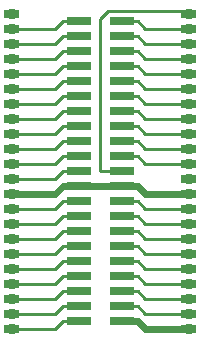
<source format=gbr>
%TF.GenerationSoftware,KiCad,Pcbnew,(6.0.7)*%
%TF.CreationDate,2022-08-07T18:47:51-07:00*%
%TF.ProjectId,M27C322-to-KM23C32000AG-adapter,4d323743-3332-4322-9d74-6f2d4b4d3233,rev?*%
%TF.SameCoordinates,Original*%
%TF.FileFunction,Copper,L1,Top*%
%TF.FilePolarity,Positive*%
%FSLAX46Y46*%
G04 Gerber Fmt 4.6, Leading zero omitted, Abs format (unit mm)*
G04 Created by KiCad (PCBNEW (6.0.7)) date 2022-08-07 18:47:51*
%MOMM*%
%LPD*%
G01*
G04 APERTURE LIST*
G04 Aperture macros list*
%AMFreePoly0*
4,1,21,0.066987,0.448222,0.190096,0.411405,0.297922,0.341515,0.318615,0.317500,0.635000,0.317500,0.635000,-0.317500,0.317723,-0.317500,0.289490,-0.348692,0.179987,-0.415926,0.056016,-0.449725,-0.072458,-0.447370,-0.195108,-0.409052,-0.302073,-0.337850,-0.319179,-0.317500,-0.635000,-0.317500,-0.635000,0.317500,-0.318129,0.317500,-0.293728,0.345129,-0.185055,0.413696,-0.061506,0.449007,
0.066987,0.448222,0.066987,0.448222,$1*%
G04 Aperture macros list end*
%TA.AperFunction,CastellatedPad*%
%ADD10FreePoly0,180.000000*%
%TD*%
%TA.AperFunction,SMDPad,CuDef*%
%ADD11R,2.100000X0.750000*%
%TD*%
%TA.AperFunction,Conductor*%
%ADD12C,0.250000*%
%TD*%
%TA.AperFunction,Conductor*%
%ADD13C,0.600000*%
%TD*%
G04 APERTURE END LIST*
D10*
%TO.P,U1,1,NC*%
%TO.N,unconnected-(U1-Pad1)*%
X141359000Y-68335000D03*
%TO.P,U1,2,A18*%
%TO.N,/A18*%
X141359000Y-69605000D03*
%TO.P,U1,3,A17*%
%TO.N,/A17*%
X141359000Y-70875000D03*
%TO.P,U1,4,A7*%
%TO.N,/A7*%
X141359000Y-72145000D03*
%TO.P,U1,5,A6*%
%TO.N,/A6*%
X141359000Y-73415000D03*
%TO.P,U1,6,A5*%
%TO.N,/A5*%
X141359000Y-74685000D03*
%TO.P,U1,7,A4*%
%TO.N,/A4*%
X141359000Y-75955000D03*
%TO.P,U1,8,A3*%
%TO.N,/A3*%
X141359000Y-77225000D03*
%TO.P,U1,9,A2*%
%TO.N,/A2*%
X141359000Y-78495000D03*
%TO.P,U1,10,A1*%
%TO.N,/A1*%
X141359000Y-79765000D03*
%TO.P,U1,11,A0*%
%TO.N,/A0*%
X141359000Y-81035000D03*
%TO.P,U1,12,~{E}*%
%TO.N,/~{CE}*%
X141359000Y-82305000D03*
%TO.P,U1,13,GND*%
%TO.N,/VSS*%
X141359000Y-83575000D03*
%TO.P,U1,14,~{GVPP}*%
%TO.N,/~{OE}*%
X141359000Y-84845000D03*
%TO.P,U1,15,D0*%
%TO.N,/D0*%
X141359000Y-86115000D03*
%TO.P,U1,16,D8*%
%TO.N,/D8*%
X141359000Y-87385000D03*
%TO.P,U1,17,D1*%
%TO.N,/D1*%
X141359000Y-88655000D03*
%TO.P,U1,18,D9*%
%TO.N,/D9*%
X141359000Y-89925000D03*
%TO.P,U1,19,D2*%
%TO.N,/D2*%
X141359000Y-91195000D03*
%TO.P,U1,20,D10*%
%TO.N,/D10*%
X141359000Y-92465000D03*
%TO.P,U1,21,D3*%
%TO.N,/D3*%
X141359000Y-93735000D03*
%TO.P,U1,22,D11*%
%TO.N,/D11*%
X141359000Y-95005000D03*
%TO.P,U1,23,VCC*%
%TO.N,/VCC*%
X156281500Y-95005000D03*
%TO.P,U1,24,D4*%
%TO.N,/D4*%
X156281500Y-93735000D03*
%TO.P,U1,25,D12*%
%TO.N,/D12*%
X156281500Y-92465000D03*
%TO.P,U1,26,D5*%
%TO.N,/D5*%
X156281500Y-91195000D03*
%TO.P,U1,27,D13*%
%TO.N,/D13*%
X156281500Y-89925000D03*
%TO.P,U1,28,D6*%
%TO.N,/D6*%
X156281500Y-88655000D03*
%TO.P,U1,29,D14*%
%TO.N,/D14*%
X156281500Y-87385000D03*
%TO.P,U1,30,D7*%
%TO.N,/D7*%
X156281500Y-86115000D03*
%TO.P,U1,31,D15*%
%TO.N,/D15*%
X156281500Y-84845000D03*
%TO.P,U1,32,GND*%
%TO.N,/VSS*%
X156281500Y-83575000D03*
%TO.P,U1,33,BHE*%
%TO.N,unconnected-(U1-Pad33)*%
X156281500Y-82305000D03*
%TO.P,U1,34,A16*%
%TO.N,/A16*%
X156281500Y-81035000D03*
%TO.P,U1,35,A15*%
%TO.N,/A15*%
X156281500Y-79765000D03*
%TO.P,U1,36,A14*%
%TO.N,/A14*%
X156281500Y-78495000D03*
%TO.P,U1,37,A13*%
%TO.N,/A13*%
X156281500Y-77225000D03*
%TO.P,U1,38,A12*%
%TO.N,/A12*%
X156281500Y-75955000D03*
%TO.P,U1,39,A11*%
%TO.N,/A11*%
X156281500Y-74685000D03*
%TO.P,U1,40,A10*%
%TO.N,/A10*%
X156281500Y-73415000D03*
%TO.P,U1,41,A9*%
%TO.N,/A9*%
X156281500Y-72145000D03*
%TO.P,U1,42,A8*%
%TO.N,/A8*%
X156281500Y-70875000D03*
%TO.P,U1,43,A19*%
%TO.N,/A19*%
X156281500Y-69605000D03*
%TO.P,U1,44,A20*%
%TO.N,/A20*%
X156281500Y-68335000D03*
%TD*%
D11*
%TO.P,J1,1,Pin_1*%
%TO.N,/A18*%
X147020000Y-68970000D03*
%TO.P,J1,2,Pin_2*%
%TO.N,/A17*%
X147020000Y-70240000D03*
%TO.P,J1,3,Pin_3*%
%TO.N,/A7*%
X147020000Y-71510000D03*
%TO.P,J1,4,Pin_4*%
%TO.N,/A6*%
X147020000Y-72780000D03*
%TO.P,J1,5,Pin_5*%
%TO.N,/A5*%
X147020000Y-74050000D03*
%TO.P,J1,6,Pin_6*%
%TO.N,/A4*%
X147020000Y-75320000D03*
%TO.P,J1,7,Pin_7*%
%TO.N,/A3*%
X147020000Y-76590000D03*
%TO.P,J1,8,Pin_8*%
%TO.N,/A2*%
X147020000Y-77860000D03*
%TO.P,J1,9,Pin_9*%
%TO.N,/A1*%
X147020000Y-79130000D03*
%TO.P,J1,10,Pin_10*%
%TO.N,/A0*%
X147020000Y-80400000D03*
%TO.P,J1,11,Pin_11*%
%TO.N,/~{CE}*%
X147020000Y-81670000D03*
%TO.P,J1,12,Pin_12*%
%TO.N,/VSS*%
X147020000Y-82940000D03*
%TO.P,J1,13,Pin_13*%
%TO.N,/~{OE}*%
X147020000Y-84210000D03*
%TO.P,J1,14,Pin_14*%
%TO.N,/D0*%
X147020000Y-85480000D03*
%TO.P,J1,15,Pin_15*%
%TO.N,/D8*%
X147020000Y-86750000D03*
%TO.P,J1,16,Pin_16*%
%TO.N,/D1*%
X147020000Y-88020000D03*
%TO.P,J1,17,Pin_17*%
%TO.N,/D9*%
X147020000Y-89290000D03*
%TO.P,J1,18,Pin_18*%
%TO.N,/D2*%
X147020000Y-90560000D03*
%TO.P,J1,19,Pin_19*%
%TO.N,/D10*%
X147020000Y-91830000D03*
%TO.P,J1,20,Pin_20*%
%TO.N,/D3*%
X147020000Y-93100000D03*
%TO.P,J1,21,Pin_21*%
%TO.N,/D11*%
X147020000Y-94370000D03*
%TO.P,J1,22,Pin_22*%
%TO.N,/VCC*%
X150620000Y-94370000D03*
%TO.P,J1,23,Pin_23*%
%TO.N,/D4*%
X150620000Y-93100000D03*
%TO.P,J1,24,Pin_24*%
%TO.N,/D12*%
X150620000Y-91830000D03*
%TO.P,J1,25,Pin_25*%
%TO.N,/D5*%
X150620000Y-90560000D03*
%TO.P,J1,26,Pin_26*%
%TO.N,/D13*%
X150620000Y-89290000D03*
%TO.P,J1,27,Pin_27*%
%TO.N,/D6*%
X150620000Y-88020000D03*
%TO.P,J1,28,Pin_28*%
%TO.N,/D14*%
X150620000Y-86750000D03*
%TO.P,J1,29,Pin_29*%
%TO.N,/D7*%
X150620000Y-85480000D03*
%TO.P,J1,30,Pin_30*%
%TO.N,/D15*%
X150620000Y-84210000D03*
%TO.P,J1,31,Pin_31*%
%TO.N,/VSS*%
X150620000Y-82940000D03*
%TO.P,J1,32,Pin_32*%
%TO.N,/A20*%
X150620000Y-81670000D03*
%TO.P,J1,33,Pin_33*%
%TO.N,/A16*%
X150620000Y-80400000D03*
%TO.P,J1,34,Pin_34*%
%TO.N,/A15*%
X150620000Y-79130000D03*
%TO.P,J1,35,Pin_35*%
%TO.N,/A14*%
X150620000Y-77860000D03*
%TO.P,J1,36,Pin_36*%
%TO.N,/A13*%
X150620000Y-76590000D03*
%TO.P,J1,37,Pin_37*%
%TO.N,/A12*%
X150620000Y-75320000D03*
%TO.P,J1,38,Pin_38*%
%TO.N,/A11*%
X150620000Y-74050000D03*
%TO.P,J1,39,Pin_39*%
%TO.N,/A10*%
X150620000Y-72780000D03*
%TO.P,J1,40,Pin_40*%
%TO.N,/A9*%
X150620000Y-71510000D03*
%TO.P,J1,41,Pin_41*%
%TO.N,/A8*%
X150620000Y-70240000D03*
%TO.P,J1,42,Pin_42*%
%TO.N,/A19*%
X150620000Y-68970000D03*
%TD*%
D12*
%TO.N,/A18*%
X145644900Y-68970000D02*
X145009900Y-69605000D01*
X145009900Y-69605000D02*
X141359000Y-69605000D01*
X147020000Y-68970000D02*
X145644900Y-68970000D01*
%TO.N,/A17*%
X145644900Y-70240000D02*
X145009900Y-70875000D01*
X145009900Y-70875000D02*
X141359000Y-70875000D01*
X147020000Y-70240000D02*
X145644900Y-70240000D01*
%TO.N,/A7*%
X145644900Y-71510000D02*
X145009900Y-72145000D01*
X147020000Y-71510000D02*
X145644900Y-71510000D01*
X145009900Y-72145000D02*
X141359000Y-72145000D01*
%TO.N,/A6*%
X145009900Y-73415000D02*
X141359000Y-73415000D01*
X145644900Y-72780000D02*
X145009900Y-73415000D01*
X147020000Y-72780000D02*
X145644900Y-72780000D01*
%TO.N,/A5*%
X145009900Y-74685000D02*
X141359000Y-74685000D01*
X145644900Y-74050000D02*
X145009900Y-74685000D01*
X147020000Y-74050000D02*
X145644900Y-74050000D01*
%TO.N,/A4*%
X145644900Y-75320000D02*
X145009900Y-75955000D01*
X145009900Y-75955000D02*
X141359000Y-75955000D01*
X147020000Y-75320000D02*
X145644900Y-75320000D01*
%TO.N,/A3*%
X145644900Y-76590000D02*
X145009900Y-77225000D01*
X147020000Y-76590000D02*
X145644900Y-76590000D01*
X145009900Y-77225000D02*
X141359000Y-77225000D01*
%TO.N,/A2*%
X145644900Y-77860000D02*
X145009900Y-78495000D01*
X145009900Y-78495000D02*
X141359000Y-78495000D01*
X147020000Y-77860000D02*
X145644900Y-77860000D01*
%TO.N,/A1*%
X147020000Y-79130000D02*
X145644900Y-79130000D01*
X145009900Y-79765000D02*
X141359000Y-79765000D01*
X145644900Y-79130000D02*
X145009900Y-79765000D01*
%TO.N,/A0*%
X147020000Y-80400000D02*
X145644900Y-80400000D01*
X145009900Y-81035000D02*
X141359000Y-81035000D01*
X145644900Y-80400000D02*
X145009900Y-81035000D01*
%TO.N,/~{CE}*%
X145009900Y-82305000D02*
X141359000Y-82305000D01*
X147020000Y-81670000D02*
X145644900Y-81670000D01*
X145644900Y-81670000D02*
X145009900Y-82305000D01*
D13*
%TO.N,/VSS*%
X151995100Y-82940000D02*
X152630100Y-83575000D01*
X145009900Y-83575000D02*
X142000000Y-83575000D01*
X150620000Y-82940000D02*
X151995100Y-82940000D01*
X150620000Y-82940000D02*
X147020000Y-82940000D01*
X145644900Y-82940000D02*
X145009900Y-83575000D01*
X147020000Y-82940000D02*
X145644900Y-82940000D01*
X152630100Y-83575000D02*
X155650000Y-83575000D01*
D12*
%TO.N,/~{OE}*%
X145009900Y-84845000D02*
X141359000Y-84845000D01*
X147020000Y-84210000D02*
X145644900Y-84210000D01*
X145644900Y-84210000D02*
X145009900Y-84845000D01*
%TO.N,/D0*%
X147020000Y-85480000D02*
X145644900Y-85480000D01*
X145644900Y-85480000D02*
X145009900Y-86115000D01*
X145009900Y-86115000D02*
X141359000Y-86115000D01*
%TO.N,/D8*%
X145644900Y-86750000D02*
X145009900Y-87385000D01*
X147020000Y-86750000D02*
X145644900Y-86750000D01*
X145009900Y-87385000D02*
X141359000Y-87385000D01*
%TO.N,/D1*%
X145009900Y-88655000D02*
X141359000Y-88655000D01*
X147020000Y-88020000D02*
X145644900Y-88020000D01*
X145644900Y-88020000D02*
X145009900Y-88655000D01*
%TO.N,/D9*%
X147020000Y-89290000D02*
X145644900Y-89290000D01*
X145009900Y-89925000D02*
X141359000Y-89925000D01*
X145644900Y-89290000D02*
X145009900Y-89925000D01*
%TO.N,/D2*%
X145644900Y-90560000D02*
X145009900Y-91195000D01*
X145009900Y-91195000D02*
X141359000Y-91195000D01*
X147020000Y-90560000D02*
X145644900Y-90560000D01*
%TO.N,/D10*%
X145009900Y-92465000D02*
X141359000Y-92465000D01*
X145644900Y-91830000D02*
X145009900Y-92465000D01*
X147020000Y-91830000D02*
X145644900Y-91830000D01*
%TO.N,/D3*%
X145644900Y-93100000D02*
X145009900Y-93735000D01*
X147020000Y-93100000D02*
X145644900Y-93100000D01*
X145009900Y-93735000D02*
X141359000Y-93735000D01*
%TO.N,/D11*%
X147020000Y-94370000D02*
X145644900Y-94370000D01*
X145644900Y-94370000D02*
X145009900Y-95005000D01*
X145009900Y-95005000D02*
X141359000Y-95005000D01*
D13*
%TO.N,/VCC*%
X152630100Y-95005000D02*
X156281500Y-95005000D01*
X150620000Y-94370000D02*
X151995100Y-94370000D01*
X151995100Y-94370000D02*
X152630100Y-95005000D01*
D12*
%TO.N,/D4*%
X152630100Y-93735000D02*
X156281500Y-93735000D01*
X150620000Y-93100000D02*
X151995100Y-93100000D01*
X151995100Y-93100000D02*
X152630100Y-93735000D01*
%TO.N,/D12*%
X150620000Y-91830000D02*
X151995100Y-91830000D01*
X152630100Y-92465000D02*
X156281500Y-92465000D01*
X151995100Y-91830000D02*
X152630100Y-92465000D01*
%TO.N,/D5*%
X152630100Y-91195000D02*
X156281500Y-91195000D01*
X151995100Y-90560000D02*
X152630100Y-91195000D01*
X150620000Y-90560000D02*
X151995100Y-90560000D01*
%TO.N,/D13*%
X151995100Y-89290000D02*
X152630100Y-89925000D01*
X152630100Y-89925000D02*
X156281500Y-89925000D01*
X150620000Y-89290000D02*
X151995100Y-89290000D01*
%TO.N,/D6*%
X152630100Y-88655000D02*
X156281500Y-88655000D01*
X151995100Y-88020000D02*
X152630100Y-88655000D01*
X150620000Y-88020000D02*
X151995100Y-88020000D01*
%TO.N,/D14*%
X151995100Y-86750000D02*
X152630100Y-87385000D01*
X150620000Y-86750000D02*
X151995100Y-86750000D01*
X152630100Y-87385000D02*
X156281500Y-87385000D01*
%TO.N,/D7*%
X152630100Y-86115000D02*
X156281500Y-86115000D01*
X150620000Y-85480000D02*
X151995100Y-85480000D01*
X151995100Y-85480000D02*
X152630100Y-86115000D01*
%TO.N,/D15*%
X150620000Y-84210000D02*
X151995100Y-84210000D01*
X152630100Y-84845000D02*
X156281500Y-84845000D01*
X151995100Y-84210000D02*
X152630100Y-84845000D01*
%TO.N,/A20*%
X150620000Y-81670000D02*
X148810000Y-81670000D01*
X155655000Y-68120000D02*
X155875000Y-68340000D01*
X149497700Y-68120000D02*
X155655000Y-68120000D01*
X148810000Y-81670000D02*
X148810000Y-68807700D01*
X148810000Y-68807700D02*
X149497700Y-68120000D01*
%TO.N,/A16*%
X150620000Y-80400000D02*
X151995100Y-80400000D01*
X151995100Y-80400000D02*
X152630100Y-81035000D01*
X152630100Y-81035000D02*
X156281500Y-81035000D01*
%TO.N,/A15*%
X152630100Y-79765000D02*
X156281500Y-79765000D01*
X151995100Y-79130000D02*
X152630100Y-79765000D01*
X150620000Y-79130000D02*
X151995100Y-79130000D01*
%TO.N,/A14*%
X150620000Y-77860000D02*
X151995100Y-77860000D01*
X152630100Y-78495000D02*
X156281500Y-78495000D01*
X151995100Y-77860000D02*
X152630100Y-78495000D01*
%TO.N,/A13*%
X150620000Y-76590000D02*
X151995100Y-76590000D01*
X151995100Y-76590000D02*
X152630100Y-77225000D01*
X152630100Y-77225000D02*
X156281500Y-77225000D01*
%TO.N,/A12*%
X151995100Y-75320000D02*
X152630100Y-75955000D01*
X150620000Y-75320000D02*
X151995100Y-75320000D01*
X152630100Y-75955000D02*
X156281500Y-75955000D01*
%TO.N,/A11*%
X150620000Y-74050000D02*
X151995100Y-74050000D01*
X151995100Y-74050000D02*
X152630100Y-74685000D01*
X152630100Y-74685000D02*
X156281500Y-74685000D01*
%TO.N,/A10*%
X150620000Y-72780000D02*
X151995100Y-72780000D01*
X152630100Y-73415000D02*
X156281500Y-73415000D01*
X151995100Y-72780000D02*
X152630100Y-73415000D01*
%TO.N,/A9*%
X151995100Y-71510000D02*
X152630100Y-72145000D01*
X152630100Y-72145000D02*
X156281500Y-72145000D01*
X150620000Y-71510000D02*
X151995100Y-71510000D01*
%TO.N,/A8*%
X151995100Y-70240000D02*
X152630100Y-70875000D01*
X150620000Y-70240000D02*
X151995100Y-70240000D01*
X152630100Y-70875000D02*
X156281500Y-70875000D01*
%TO.N,/A19*%
X152630100Y-69605000D02*
X156281500Y-69605000D01*
X150620000Y-68970000D02*
X151995100Y-68970000D01*
X151995100Y-68970000D02*
X152630100Y-69605000D01*
%TD*%
M02*

</source>
